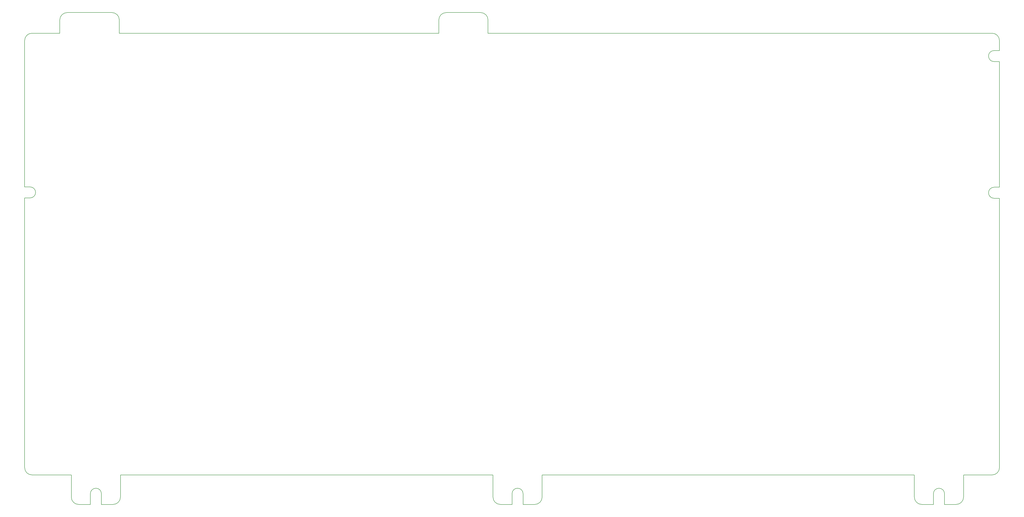
<source format=gbr>
%TF.GenerationSoftware,KiCad,Pcbnew,9.99.0-2510-g416e54f0d5*%
%TF.CreationDate,2026-02-08T14:48:21-05:00*%
%TF.ProjectId,dimension-PCB,64696d65-6e73-4696-9f6e-2d5043422e6b,rev?*%
%TF.SameCoordinates,Original*%
%TF.FileFunction,Profile,NP*%
%FSLAX46Y46*%
G04 Gerber Fmt 4.6, Leading zero omitted, Abs format (unit mm)*
G04 Created by KiCad (PCBNEW 9.99.0-2510-g416e54f0d5) date 2026-02-08 14:48:21*
%MOMM*%
%LPD*%
G01*
G04 APERTURE LIST*
%TA.AperFunction,Profile*%
%ADD10C,0.200000*%
%TD*%
G04 APERTURE END LIST*
D10*
X441669998Y-125350000D02*
X443880000Y-125350000D01*
X443880000Y-69750000D02*
X443880000Y-120850000D01*
X257882500Y-246897473D02*
G75*
G02*
X254882498Y-249897500I-3000000J-27D01*
G01*
X441685586Y-120850000D02*
X443880000Y-120850000D01*
X74132500Y-245529973D02*
X74132500Y-249897500D01*
X421520000Y-245535169D02*
X421520000Y-249897500D01*
X85910000Y-52800000D02*
X85910000Y-58200000D01*
X409270000Y-246884283D02*
X409270000Y-237897500D01*
X47400000Y-120720000D02*
X47400000Y-61199973D01*
X232859998Y-49800000D02*
G75*
G02*
X235860000Y-52800000I2J-3000000D01*
G01*
X74132500Y-245529973D02*
G75*
G02*
X78632494Y-245535169I2250000J-27D01*
G01*
X66382500Y-237897500D02*
X50399998Y-237897500D01*
X250132500Y-245535169D02*
X250132500Y-249897500D01*
X429270000Y-246897473D02*
X429270000Y-237897500D01*
X245632500Y-245529973D02*
G75*
G02*
X250132494Y-245535169I2250000J-27D01*
G01*
X49609998Y-120720000D02*
G75*
G02*
X49609998Y-125219940I2J-2249970D01*
G01*
X85910000Y-58200000D02*
X215860000Y-58200000D01*
X215860000Y-58200000D02*
X215860000Y-52799973D01*
X86382500Y-237897500D02*
X237882500Y-237897500D01*
X245632500Y-245529973D02*
X245632500Y-249897500D01*
X441669998Y-69750000D02*
X443880000Y-69750000D01*
X78632500Y-245535169D02*
X78632500Y-249897500D01*
X49609998Y-120720000D02*
X47400000Y-120720000D01*
X237882500Y-246884283D02*
X237882500Y-237897500D01*
X50399998Y-237897500D02*
G75*
G02*
X47400029Y-234884283I2J3000000D01*
G01*
X429270000Y-246897473D02*
G75*
G02*
X426269998Y-249897500I-3000000J-27D01*
G01*
X441669998Y-125350000D02*
G75*
G02*
X441685586Y-120850054I2J2250000D01*
G01*
X64712245Y-49800000D02*
X82909998Y-49800000D01*
X82909998Y-49800000D02*
G75*
G02*
X85910000Y-52800000I2J-3000000D01*
G01*
X417020000Y-245529973D02*
G75*
G02*
X421519994Y-245535169I2250000J-27D01*
G01*
X74132500Y-249897500D02*
X69382498Y-249897500D01*
X254882498Y-249897500D02*
X250132500Y-249897500D01*
X49609998Y-125220000D02*
X47400000Y-125220000D01*
X235860000Y-58200000D02*
X440879998Y-58200000D01*
X257882500Y-237897500D02*
X409270000Y-237897500D01*
X417020000Y-245529973D02*
X417020000Y-249897500D01*
X412269998Y-249897500D02*
G75*
G02*
X409270029Y-246884283I2J3000000D01*
G01*
X417020000Y-249897500D02*
X412269998Y-249897500D01*
X240882498Y-249897500D02*
G75*
G02*
X237882529Y-246884283I2J3000000D01*
G01*
X50412245Y-58200000D02*
X61700000Y-58200000D01*
X61700000Y-52799973D02*
G75*
G02*
X64712245Y-49800025I3000000J-27D01*
G01*
X443880000Y-125350000D02*
X443880000Y-234897473D01*
X215860000Y-52799973D02*
G75*
G02*
X218872245Y-49800025I3000000J-27D01*
G01*
X440879998Y-58200000D02*
G75*
G02*
X443880000Y-61200000I2J-3000000D01*
G01*
X218872245Y-49800000D02*
X232859998Y-49800000D01*
X441669998Y-69750000D02*
G75*
G02*
X441685586Y-65250054I2J2250000D01*
G01*
X69382498Y-249897500D02*
G75*
G02*
X66382529Y-246910663I2J3000000D01*
G01*
X440879998Y-237897500D02*
X429270000Y-237897500D01*
X86382500Y-246897473D02*
X86382500Y-237897500D01*
X235860000Y-52800000D02*
X235860000Y-58200000D01*
X86382500Y-246897473D02*
G75*
G02*
X83382498Y-249897500I-3000000J-27D01*
G01*
X443880000Y-61200000D02*
X443880000Y-65250000D01*
X443880000Y-234897473D02*
G75*
G02*
X440879998Y-237897500I-3000000J-27D01*
G01*
X47400000Y-234884283D02*
X47400000Y-125220000D01*
X61700000Y-58200000D02*
X61700000Y-52799973D01*
X66382500Y-237897500D02*
X66382500Y-246910663D01*
X47400000Y-61199973D02*
G75*
G02*
X50412245Y-58199995I3000000J3D01*
G01*
X426269998Y-249897500D02*
X421520000Y-249897500D01*
X441685586Y-65250000D02*
X443880000Y-65250000D01*
X257882500Y-246897473D02*
X257882500Y-237897500D01*
X83382498Y-249897500D02*
X78632500Y-249897500D01*
X245632500Y-249897500D02*
X240882498Y-249897500D01*
M02*

</source>
